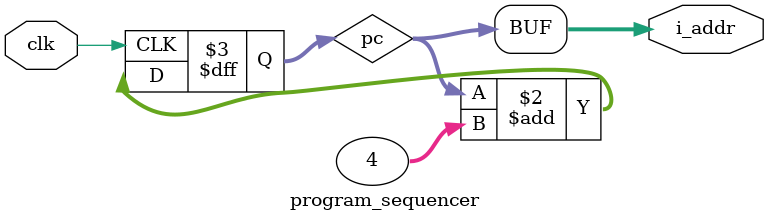
<source format=v>
module program_sequencer(
    input clk,
    output [31:0] i_addr
);

    reg [31:0] pc;

    always @(posedge clk) begin
        pc = pc+4;
    end

    assign i_addr = pc;

endmodule

</source>
